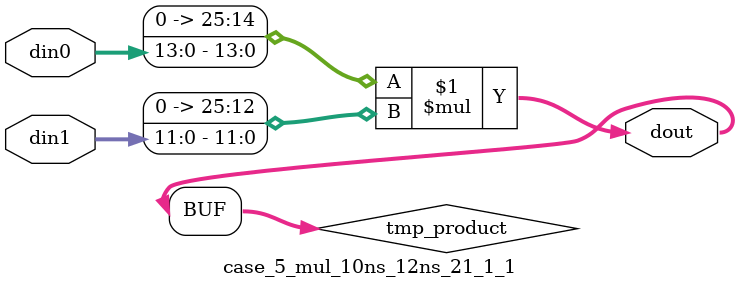
<source format=v>

`timescale 1 ns / 1 ps

 (* use_dsp = "no" *)  module case_5_mul_10ns_12ns_21_1_1(din0, din1, dout);
parameter ID = 1;
parameter NUM_STAGE = 0;
parameter din0_WIDTH = 14;
parameter din1_WIDTH = 12;
parameter dout_WIDTH = 26;

input [din0_WIDTH - 1 : 0] din0; 
input [din1_WIDTH - 1 : 0] din1; 
output [dout_WIDTH - 1 : 0] dout;

wire signed [dout_WIDTH - 1 : 0] tmp_product;
























assign tmp_product = $signed({1'b0, din0}) * $signed({1'b0, din1});











assign dout = tmp_product;





















endmodule

</source>
